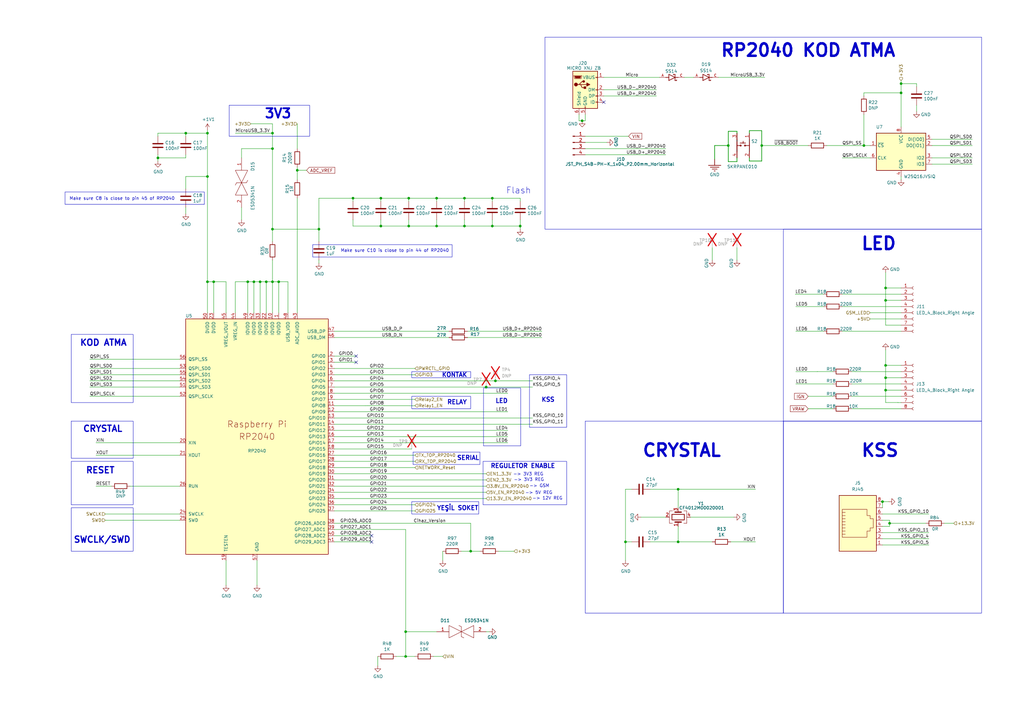
<source format=kicad_sch>
(kicad_sch (version 20231120) (generator "eeschema") (generator_version "8.0")
  (paper "A3")
  (junction (at 121.92 69.85))
  (junction (at 64.77 64.77))
  (junction (at 361.95 205.74))
  (junction (at 166.37 269.24))
  (junction (at 190.5 81.28))
  (junction (at 111.76 115.57))
  (junction (at 363.22 160.0113))
  (junction (at 85.09 115.57))
  (junction (at 190.5 92.71))
  (junction (at 166.37 259.08))
  (junction (at 199.39 158.75))
  (junction (at 85.09 72.39))
  (junction (at 203.2 156.21))
  (junction (at 363.22 154.9313))
  (junction (at 114.3 115.57))
  (junction (at 312.42 59.69))
  (junction (at 104.14 115.57))
  (junction (at 106.68 115.57))
  (junction (at 85.09 54.61))
  (junction (at 256.54 222.25))
  (junction (at 298.704 59.69))
  (junction (at 101.6 115.57))
  (junction (at 278.13 222.25))
  (junction (at 179.07 92.71))
  (junction (at 111.76 60.96))
  (junction (at 238.76 49.53))
  (junction (at 144.78 81.28))
  (junction (at 364.8539 214.63))
  (junction (at 167.64 81.28))
  (junction (at 354.33 59.69))
  (junction (at 76.2 54.61))
  (junction (at 111.76 54.61))
  (junction (at 109.22 115.57))
  (junction (at 201.93 92.71))
  (junction (at 363.22 149.86))
  (junction (at 201.93 81.28))
  (junction (at 179.07 81.28))
  (junction (at 87.63 115.57))
  (junction (at 156.21 81.28))
  (junction (at 167.64 92.71))
  (junction (at 278.13 200.66))
  (junction (at 369.57 38.1))
  (junction (at 369.57 34.29))
  (junction (at 111.76 93.98))
  (junction (at 213.36 92.71))
  (junction (at 156.21 92.71))
  (junction (at 363.22 118.11))
  (junction (at 193.04 226.06))
  (junction (at 130.81 93.98))
  (junction (at 363.22 123.19))
  (no_connect (at 247.65 41.91))
  (no_connect (at 152.4 222.25))
  (no_connect (at 146.05 146.05))
  (no_connect (at 152.4 219.71))
  (no_connect (at 146.05 148.59))
  (wire (pts (xy 36.83 147.32) (xy 73.66 147.32)))
  (wire (pts (xy 121.92 81.28) (xy 121.92 128.27)))
  (wire (pts (xy 39.37 181.61) (xy 73.66 181.61)))
  (wire (pts (xy 43.18 213.36) (xy 73.66 213.36)))
  (wire (pts (xy 201.93 92.71) (xy 213.36 92.71)))
  (wire (pts (xy 76.2 72.39) (xy 85.09 72.39)))
  (wire (pts (xy 137.16 217.17) (xy 166.37 217.17)))
  (wire (pts (xy 137.16 171.45) (xy 218.44 171.45)))
  (wire (pts (xy 201.93 81.28) (xy 213.36 81.28)))
  (wire (pts (xy 102.87 50.8) (xy 111.76 50.8)))
  (wire (pts (xy 193.04 214.63) (xy 193.04 226.06)))
  (wire (pts (xy 111.76 115.57) (xy 114.3 115.57)))
  (wire (pts (xy 313.69 31.75) (xy 294.64 31.75)))
  (wire (pts (xy 190.5 81.28) (xy 201.93 81.28)))
  (wire (pts (xy 203.2 156.21) (xy 218.44 156.21)))
  (wire (pts (xy 363.22 111.76) (xy 363.22 118.11)))
  (wire (pts (xy 111.76 50.8) (xy 111.76 54.61)))
  (wire (pts (xy 137.16 156.21) (xy 203.2 156.21)))
  (wire (pts (xy 137.16 194.31) (xy 199.39 194.31)))
  (wire (pts (xy 363.22 123.19) (xy 369.57 123.19)))
  (wire (pts (xy 190.5 92.71) (xy 179.07 92.71)))
  (wire (pts (xy 278.13 222.25) (xy 292.1 222.25)))
  (wire (pts (xy 201.93 82.55) (xy 201.93 81.28)))
  (wire (pts (xy 96.52 115.57) (xy 101.6 115.57)))
  (wire (pts (xy 137.16 196.85) (xy 199.39 196.85)))
  (wire (pts (xy 137.16 214.63) (xy 193.04 214.63)))
  (wire (pts (xy 156.21 81.28) (xy 167.64 81.28)))
  (wire (pts (xy 64.77 63.5) (xy 64.77 64.77)))
  (wire (pts (xy 368.3 165.1) (xy 369.57 165.1)))
  (wire (pts (xy 105.41 229.87) (xy 105.41 240.03)))
  (wire (pts (xy 361.95 205.74) (xy 361.95 208.28)))
  (wire (pts (xy 349.2599 152.3936) (xy 350.7234 152.3936)))
  (wire (pts (xy 266.7 200.66) (xy 278.13 200.66)))
  (wire (pts (xy 312.42 59.69) (xy 331.47 59.69)))
  (wire (pts (xy 130.81 81.28) (xy 130.81 93.98)))
  (wire (pts (xy 237.49 46.99) (xy 237.49 49.53)))
  (wire (pts (xy 356.87 128.27) (xy 369.57 128.27)))
  (wire (pts (xy 299.72 222.25) (xy 309.88 222.25)))
  (wire (pts (xy 331.47 162.56) (xy 341.63 162.56)))
  (wire (pts (xy 104.14 115.57) (xy 106.68 115.57)))
  (wire (pts (xy 99.06 90.17) (xy 99.06 85.09)))
  (wire (pts (xy 167.64 81.28) (xy 179.07 81.28)))
  (wire (pts (xy 280.67 31.75) (xy 284.48 31.75)))
  (wire (pts (xy 307.34 53.594) (xy 307.34 54.61)) (stroke (width 0.254)))
  (wire (pts (xy 335.28 152.4) (xy 335.28 152.3936)))
  (wire (pts (xy 76.2 72.39) (xy 76.2 77.47)))
  (wire (pts (xy 259.08 200.66) (xy 256.54 200.66)))
  (wire (pts (xy 278.13 215.9) (xy 278.13 222.25)))
  (wire (pts (xy 36.83 162.56) (xy 73.66 162.56)))
  (wire (pts (xy 361.95 223.52) (xy 381 223.52)))
  (wire (pts (xy 300.99 212.09) (xy 283.21 212.09)))
  (wire (pts (xy 36.83 158.75) (xy 73.66 158.75)))
  (wire (pts (xy 213.36 90.17) (xy 213.36 92.71)))
  (wire (pts (xy 109.22 128.27) (xy 109.22 115.57)))
  (wire (pts (xy 137.16 201.93) (xy 199.39 201.93)))
  (wire (pts (xy 190.5 82.55) (xy 190.5 81.28)))
  (wire (pts (xy 326.39 125.73) (xy 337.82 125.73)))
  (wire (pts (xy 257.81 55.88) (xy 240.03 55.88)))
  (wire (pts (xy 156.21 92.71) (xy 144.78 92.71)))
  (wire (pts (xy 121.92 60.96) (xy 121.92 50.8)))
  (wire (pts (xy 363.22 133.35) (xy 369.57 133.35)))
  (wire (pts (xy 111.76 93.98) (xy 111.76 99.06)))
  (wire (pts (xy 121.92 69.85) (xy 125.73 69.85)))
  (wire (pts (xy 99.06 60.96) (xy 99.06 64.77)))
  (wire (pts (xy 121.92 69.85) (xy 121.92 68.58)))
  (wire (pts (xy 345.44 120.65) (xy 369.57 120.65)))
  (wire (pts (xy 326.136 120.65) (xy 337.82 120.65)))
  (wire (pts (xy 76.2 55.88) (xy 76.2 54.61)))
  (wire (pts (xy 87.63 115.57) (xy 85.09 115.57)))
  (wire (pts (xy 156.21 90.17) (xy 156.21 92.71)))
  (wire (pts (xy 382.27 67.31) (xy 398.78 67.31)))
  (wire (pts (xy 213.36 92.71) (xy 213.36 93.98)))
  (wire (pts (xy 137.16 158.75) (xy 199.39 158.75)))
  (wire (pts (xy 144.78 81.28) (xy 156.21 81.28)))
  (wire (pts (xy 85.09 115.57) (xy 85.09 128.27)))
  (wire (pts (xy 350.7234 152.4) (xy 369.57 152.4)))
  (wire (pts (xy 137.16 204.47) (xy 199.39 204.47)))
  (wire (pts (xy 190.5 90.17) (xy 190.5 92.71)))
  (wire (pts (xy 118.11 128.27) (xy 118.11 115.57)))
  (wire (pts (xy 144.78 81.28) (xy 130.81 81.28)))
  (wire (pts (xy 179.07 82.55) (xy 179.07 81.28)))
  (wire (pts (xy 213.36 82.55) (xy 213.36 81.28)))
  (wire (pts (xy 363.22 118.11) (xy 369.57 118.11)))
  (wire (pts (xy 130.81 106.68) (xy 130.81 107.95)))
  (wire (pts (xy 312.42 59.69) (xy 312.42 66.04)) (stroke (width 0.254)))
  (wire (pts (xy 335.28 152.3936) (xy 341.6399 152.3936)))
  (wire (pts (xy 363.22 160.0113) (xy 369.57 160.0113)))
  (wire (pts (xy 87.63 128.27) (xy 87.63 115.57)))
  (wire (pts (xy 137.16 138.43) (xy 184.15 138.43)))
  (wire (pts (xy 238.76 49.53) (xy 240.03 49.53)))
  (wire (pts (xy 137.16 186.69) (xy 170.18 186.69)))
  (wire (pts (xy 259.08 222.25) (xy 256.54 222.25)))
  (wire (pts (xy 157.48 166.37) (xy 157.48 166.3628)))
  (wire (pts (xy 137.16 148.59) (xy 146.05 148.59)))
  (wire (pts (xy 369.57 154.9313) (xy 369.57 154.94)))
  (wire (pts (xy 111.76 106.68) (xy 111.76 115.57)))
  (wire (pts (xy 292.1 106.68) (xy 292.1 101.6)))
  (wire (pts (xy 181.61 269.24) (xy 177.8 269.24)))
  (wire (pts (xy 137.16 146.05) (xy 146.05 146.05)))
  (wire (pts (xy 92.71 128.27) (xy 92.71 115.57)))
  (wire (pts (xy 111.76 93.98) (xy 130.81 93.98)))
  (wire (pts (xy 201.93 90.17) (xy 201.93 92.71)))
  (wire (pts (xy 256.54 222.25) (xy 256.54 229.87)))
  (wire (pts (xy 368.3 165.0913) (xy 368.3 165.1)))
  (wire (pts (xy 181.61 229.87) (xy 181.61 226.06)))
  (wire (pts (xy 354.33 38.1) (xy 369.57 38.1)))
  (wire (pts (xy 312.42 53.594) (xy 307.34 53.594)) (stroke (width 0.254)))
  (wire (pts (xy 137.16 168.91) (xy 208.28 168.91)))
  (wire (pts (xy 354.33 46.99) (xy 354.33 59.69)))
  (wire (pts (xy 363.22 165.0913) (xy 368.3 165.0913)))
  (wire (pts (xy 96.52 54.61) (xy 111.76 54.61)))
  (wire (pts (xy 162.56 269.24) (xy 166.37 269.24)))
  (wire (pts (xy 262.89 212.09) (xy 273.05 212.09)))
  (wire (pts (xy 114.3 115.57) (xy 114.3 128.27)))
  (wire (pts (xy 339.09 59.69) (xy 354.33 59.69)))
  (wire (pts (xy 363.22 154.9313) (xy 363.22 160.0113)))
  (wire (pts (xy 39.37 186.69) (xy 73.66 186.69)))
  (wire (pts (xy 326.39 152.4) (xy 335.28 152.4)))
  (wire (pts (xy 114.3 115.57) (xy 118.11 115.57)))
  (wire (pts (xy 36.83 156.21) (xy 73.66 156.21)))
  (wire (pts (xy 331.47 167.64) (xy 341.63 167.64)))
  (wire (pts (xy 85.09 54.61) (xy 85.09 72.39)))
  (wire (pts (xy 363.22 154.9313) (xy 369.57 154.9313)))
  (wire (pts (xy 379.73 214.63) (xy 364.8539 214.63)))
  (wire (pts (xy 121.92 69.85) (xy 121.92 73.66)))
  (wire (pts (xy 96.52 128.27) (xy 96.52 115.57)))
  (wire (pts (xy 85.09 53.34) (xy 85.09 54.61)))
  (wire (pts (xy 363.22 123.19) (xy 363.22 133.35)))
  (wire (pts (xy 200.66 259.08) (xy 199.39 259.08)))
  (wire (pts (xy 137.16 163.83) (xy 170.18 163.83)))
  (wire (pts (xy 64.77 64.77) (xy 64.77 66.04)))
  (wire (pts (xy 111.76 60.96) (xy 111.76 93.98)))
  (wire (pts (xy 364.8539 215.9) (xy 361.95 215.9)))
  (wire (pts (xy 166.37 217.17) (xy 166.37 259.08)))
  (wire (pts (xy 240.03 58.42) (xy 248.92 58.42)))
  (wire (pts (xy 278.13 200.66) (xy 278.13 208.28)))
  (wire (pts (xy 92.71 229.87) (xy 92.71 240.03)))
  (wire (pts (xy 137.16 191.77) (xy 170.18 191.77)))
  (wire (pts (xy 349.25 162.56) (xy 369.57 162.56)))
  (wire (pts (xy 137.16 199.39) (xy 199.39 199.39)))
  (wire (pts (xy 137.16 207.01) (xy 170.18 207.01)))
  (wire (pts (xy 298.704 59.69) (xy 298.704 66.294)) (stroke (width 0.254)))
  (wire (pts (xy 166.37 259.08) (xy 166.37 269.24)))
  (wire (pts (xy 293.116 59.69) (xy 298.704 59.69)) (stroke (width 0.254)))
  (wire (pts (xy 144.78 90.17) (xy 144.78 92.71)))
  (wire (pts (xy 156.21 82.55) (xy 156.21 81.28)))
  (wire (pts (xy 326.39 135.89) (xy 337.82 135.89)))
  (wire (pts (xy 154.94 273.05) (xy 154.94 269.24)))
  (wire (pts (xy 369.57 38.1) (xy 369.57 52.07)))
  (wire (pts (xy 364.8539 213.359) (xy 364.8539 214.63)))
  (wire (pts (xy 266.7 222.25) (xy 278.13 222.25)))
  (wire (pts (xy 137.16 179.07) (xy 208.28 179.07)))
  (wire (pts (xy 137.16 219.71) (xy 152.4 219.71)))
  (wire (pts (xy 361.95 213.359) (xy 361.95 213.36)))
  (wire (pts (xy 364.8539 214.63) (xy 364.8539 215.9)))
  (wire (pts (xy 137.16 189.23) (xy 170.18 189.23)))
  (wire (pts (xy 256.54 200.66) (xy 256.54 222.25)))
  (wire (pts (xy 193.04 226.06) (xy 196.85 226.06)))
  (wire (pts (xy 201.93 92.71) (xy 190.5 92.71)))
  (wire (pts (xy 240.03 46.99) (xy 240.03 49.53)))
  (wire (pts (xy 53.34 199.39) (xy 73.66 199.39)))
  (wire (pts (xy 109.22 115.57) (xy 111.76 115.57)))
  (wire (pts (xy 76.2 54.61) (xy 85.09 54.61)))
  (wire (pts (xy 364.8539 213.359) (xy 361.95 213.359)))
  (wire (pts (xy 361.95 220.98) (xy 381 220.98)))
  (wire (pts (xy 354.33 39.37) (xy 354.33 38.1)))
  (wire (pts (xy 137.16 181.61) (xy 208.28 181.61)))
  (wire (pts (xy 382.27 59.69) (xy 398.78 59.69)))
  (wire (pts (xy 137.16 209.55) (xy 170.18 209.55)))
  (wire (pts (xy 312.42 53.594) (xy 312.42 59.69)) (stroke (width 0.254)))
  (wire (pts (xy 106.68 128.27) (xy 106.68 115.57)))
  (wire (pts (xy 363.22 118.11) (xy 363.22 123.19)))
  (wire (pts (xy 191.77 135.89) (xy 222.25 135.89)))
  (wire (pts (xy 375.92 43.18) (xy 375.92 45.72)))
  (wire (pts (xy 382.27 57.15) (xy 398.78 57.15)))
  (wire (pts (xy 36.83 153.67) (xy 73.66 153.67)))
  (wire (pts (xy 391.16 214.63) (xy 387.35 214.63)))
  (wire (pts (xy 298.704 59.69) (xy 298.704 53.848)) (stroke (width 0.254)))
  (wire (pts (xy 363.22 160.0113) (xy 363.22 165.0913)))
  (wire (pts (xy 302.26 53.848) (xy 302.26 54.61)) (stroke (width 0.254)))
  (wire (pts (xy 99.06 60.96) (xy 111.76 60.96)))
  (wire (pts (xy 144.78 82.55) (xy 144.78 81.28)))
  (wire (pts (xy 364.49 205.74) (xy 361.95 205.74)))
  (wire (pts (xy 326.39 157.48) (xy 341.7181 157.48)))
  (wire (pts (xy 149.86 166.37) (xy 157.48 166.3628)))
  (wire (pts (xy 137.16 173.99) (xy 218.44 173.99)))
  (wire (pts (xy 167.64 92.71) (xy 156.21 92.71)))
  (wire (pts (xy 64.77 54.61) (xy 76.2 54.61)))
  (wire (pts (xy 167.64 90.17) (xy 167.64 92.71)))
  (wire (pts (xy 189.23 226.06) (xy 193.04 226.06)))
  (wire (pts (xy 356.87 130.81) (xy 369.57 130.81)))
  (wire (pts (xy 137.16 153.67) (xy 170.18 153.67)))
  (wire (pts (xy 64.77 64.77) (xy 76.2 64.77)))
  (wire (pts (xy 101.6 128.27) (xy 101.6 115.57)))
  (wire (pts (xy 369.57 160.0113) (xy 369.57 160.02)))
  (wire (pts (xy 104.14 128.27) (xy 104.14 115.57)))
  (wire (pts (xy 273.05 63.5) (xy 240.03 63.5)))
  (wire (pts (xy 43.18 210.82) (xy 73.66 210.82)))
  (wire (pts (xy 137.16 222.25) (xy 152.4 222.25)))
  (wire (pts (xy 39.37 199.39) (xy 45.72 199.39)))
  (wire (pts (xy 369.57 34.29) (xy 369.57 38.1)))
  (wire (pts (xy 92.71 115.57) (xy 87.63 115.57)))
  (wire (pts (xy 381 218.44) (xy 361.95 218.44)))
  (wire (pts (xy 293.116 65.278) (xy 293.116 59.69)) (stroke (width 0.254)))
  (wire (pts (xy 381 210.82) (xy 361.95 210.82)))
  (wire (pts (xy 179.07 92.71) (xy 167.64 92.71)))
  (wire (pts (xy 76.2 64.77) (xy 76.2 63.5)))
  (wire (pts (xy 345.44 125.73) (xy 369.57 125.73)))
  (wire (pts (xy 369.57 33.02) (xy 369.57 34.29)))
  (wire (pts (xy 345.44 64.77) (xy 356.87 64.77)))
  (wire (pts (xy 149.86 166.37) (xy 137.16 166.37)))
  (wire (pts (xy 157.48 166.37) (xy 170.18 166.37)))
  (wire (pts (xy 354.33 59.69) (xy 356.87 59.69)))
  (wire (pts (xy 369.57 72.39) (xy 369.57 73.66)))
  (wire (pts (xy 210.82 226.06) (xy 204.47 226.06)))
  (wire (pts (xy 375.92 35.56) (xy 375.92 34.29)))
  (wire (pts (xy 350.7234 152.3936) (xy 350.7234 152.4)))
  (wire (pts (xy 36.83 151.13) (xy 73.66 151.13)))
  (wire (pts (xy 237.49 49.53) (xy 238.76 49.53)))
  (wire (pts (xy 166.37 269.24) (xy 170.18 269.24)))
  (wire (pts (xy 76.2 85.09) (xy 76.2 87.63)))
  (wire (pts (xy 345.44 135.89) (xy 369.57 135.89)))
  (wire (pts (xy 363.22 143.51) (xy 363.22 149.86)))
  (wire (pts (xy 199.39 158.75) (xy 218.44 158.75)))
  (wire (pts (xy 111.76 115.57) (xy 111.76 128.27)))
  (wire (pts (xy 278.13 200.66) (xy 309.88 200.66)))
  (wire (pts (xy 269.24 36.83) (xy 247.65 36.83)))
  (wire (pts (xy 382.27 64.77) (xy 398.78 64.77)))
  (wire (pts (xy 179.07 259.08) (xy 166.37 259.08)))
  (wire (pts (xy 312.42 66.04) (xy 307.34 66.04)) (stroke (width 0.254)))
  (wire (pts (xy 191.77 138.43) (xy 222.25 138.43)))
  (wire (pts (xy 307.34 66.04) (xy 307.34 64.77)) (stroke (width 0.254)))
  (wire (pts (xy 349.25 167.64) (xy 369.57 167.64)))
  (wire (pts (xy 179.07 81.28) (xy 190.5 81.28)))
  (wire (pts (xy 101.6 115.57) (xy 104.14 115.57)))
  (wire (pts (xy 106.68 115.57) (xy 109.22 115.57)))
  (wire (pts (xy 363.22 149.86) (xy 363.22 154.9313)))
  (wire (pts (xy 273.05 60.96) (xy 240.03 60.96)))
  (wire (pts (xy 375.92 34.29) (xy 369.57 34.29)))
  (wire (pts (xy 269.24 39.37) (xy 247.65 39.37)))
  (wire (pts (xy 167.64 82.55) (xy 167.64 81.28)))
  (wire (pts (xy 302.26 66.294) (xy 302.26 64.77)) (stroke (width 0.254)))
  (wire (pts (xy 363.22 149.86) (xy 369.57 149.86)))
  (wire (pts (xy 130.81 93.98) (xy 130.81 99.06)))
  (wire (pts (xy 137.16 135.89) (xy 184.15 135.89)))
  (wire (pts (xy 137.16 161.29) (xy 208.28 161.29)))
  (wire (pts (xy 111.76 54.61) (xy 111.76 60.96)))
  (wire (pts (xy 298.704 66.294) (xy 302.26 66.294)) (stroke (width 0.254)))
  (wire (pts (xy 349.3381 157.48) (xy 369.57 157.48)))
  (wire (pts (xy 137.16 184.15) (xy 168.91 184.15)))
  (wire (pts (xy 179.07 90.17) (xy 179.07 92.71)))
  (wire (pts (xy 64.77 55.88) (xy 64.77 54.61)))
  (wire (pts (xy 85.09 72.39) (xy 85.09 115.57)))
  (wire (pts (xy 298.704 53.848) (xy 302.26 53.848)) (stroke (width 0.254)))
  (wire (pts (xy 302.26 106.68) (xy 302.26 101.6)))
  (wire (pts (xy 270.51 31.75) (xy 247.65 31.75)))
  (wire (pts (xy 137.16 176.53) (xy 208.28 176.53)))
  (wire (pts (xy 137.16 151.13) (xy 170.18 151.13)))
  (rectangle (start 128.27 100.33) (end 185.42 105.41))
  (rectangle (start 26.67 78.74) (end 83.82 83.82))
  (rectangle (start 29.21 189.23) (end 54.61 207.01))
  (rectangle (start 168.91 205.74) (end 196.342 210.82))
  (rectangle (start 217.17 153.67) (end 232.41 175.26))
  (rectangle (start 198.12 189.23) (end 232.41 207.01))
  (rectangle (start 240.03 172.72) (end 321.31 251.46))
  (rectangle (start 29.21 172.72) (end 54.61 187.96))
  (rectangle (start 321.31 93.98) (end 402.59 172.72))
  (rectangle (start 198.3109 159.1254) (end 213.5509 182.88))
  (rectangle (start 168.91 152.4) (end 193.04 154.94))
  (rectangle (start 93.98 43.18) (end 127 55.88))
  (rectangle (start 168.91 162.56) (end 193.04 167.64))
  (rectangle (start 223.52 15.24) (end 402.59 93.98))
  (rectangle (start 29.21 137.16) (end 54.61 165.1))
  (rectangle (start 29.21 208.28) (end 54.61 226.06))
  (rectangle (start 169.418 185.42) (end 196.85 190.5))
  (rectangle (start 321.31 172.72) (end 402.59 251.46))
  (text "KONTAK" (at 186.436 153.924 0) (effects (font (size 1.778 1.778) (bold yes))))
  (text "KOD ATMA" (at 42.418 140.716 0) (effects (font (size 2.54 2.54) (bold yes))))
  (text "LED" (at 205.74 164.592 0) (effects (font (size 1.778 1.778) (bold yes))))
  (text "YEŞİL SOKET" (at 187.706 208.534 0) (effects (font (size 1.778 1.778) (bold yes))))
  (text "Make sure C8 is close to pin 45 of RP2040" (at 28.448 82.296 0) (effects (font (size 1.27 1.27)) (justify left bottom)))
  (text "-> 12V REG" (at 224.536 204.47 0) (effects (font (size 1.27 1.27))))
  (text "Make sure C10 is close to pin 44 of RP2040" (at 139.7 103.632 0) (effects (font (size 1.27 1.27)) (justify left bottom)))
  (text "CRYSTAL" (at 42.164 176.022 0) (effects (font (size 2.54 2.54) (bold yes))))
  (text "KSS" (at 224.79 164.084 0) (effects (font (size 1.778 1.778) (bold yes))))
  (text "SWCLK/SWD" (at 41.91 221.488 0) (effects (font (size 2.54 2.54) (bold yes))))
  (text "KSS" (at 360.934 184.912 0) (effects (font (size 5.08 5.08) (bold yes))))
  (text "Flash" (at 207.518 79.756 0) (effects (font (size 2.54 2.54)) (justify left bottom)))
  (text "-> 3V3 REG" (at 216.916 196.85 0) (effects (font (size 1.27 1.27))))
  (text "RESET" (at 41.148 193.04 0) (effects (font (size 2.54 2.54) (bold yes))))
  (text "RELAY" (at 187.452 165.1 0) (effects (font (size 1.778 1.778) (bold yes))))
  (text "3V3" (at 114.046 46.736 0) (effects (font (size 3.81 3.81) (bold yes))))
  (text "RP2040 KOD ATMA" (at 331.47 20.828 0) (effects (font (size 5.08 5.08) (bold yes))))
  (text "REGULETOR ENABLE \n" (at 215.138 191.262 0) (effects (font (size 1.778 1.778) (bold yes))))
  (text "-> 3V3 REG" (at 216.662 194.564 0) (effects (font (size 1.27 1.27))))
  (text "CRYSTAL" (at 279.654 184.912 0) (effects (font (size 5.08 5.08) (bold yes))))
  (text "-> 5V REG" (at 220.98 202.184 0) (effects (font (size 1.27 1.27))))
  (text "-> GSM" (at 221.234 199.39 0) (effects (font (size 1.27 1.27))))
  (text "SERIAL" (at 192.024 187.96 0) (effects (font (size 1.778 1.778) (bold yes))))
  (text "LED" (at 360.426 100.076 0) (effects (font (size 5.08 5.08) (bold yes))))
  (label "MicroUSB_3.3V" (at 313.69 31.75 180))
  (label "USB_D_P" (at 165.1 135.89 180))
  (label "GPIO22" (at 158.75 201.93 180))
  (label "GPIO17" (at 158.75 189.23 180))
  (label "GPIO9" (at 157.48 168.91 180))
  (label "XIN" (at 309.88 200.66 180))
  (label "USB_D+_RP2040" (at 222.25 135.89 180))
  (label "GPIO5" (at 157.48 158.75 180))
  (label "KSS_GPIO_5" (at 381 223.52 180))
  (label "USB_D+_RP2040" (at 273.05 63.5 180))
  (label "GPIO15" (at 157.48 184.15 180))
  (label "USB_D-_RP2040" (at 269.24 36.83 180))
  (label "LED4" (at 208.28 176.53 180))
  (label "QSPI_SD0" (at 36.83 151.13 0))
  (label "KSS_GPIO_5" (at 218.44 158.75 0))
  (label "GPIO18" (at 158.75 191.77 180))
  (label "GPIO26_ADC0" (at 152.4 214.63 180))
  (label "GPIO24" (at 158.75 207.01 180))
  (label "QSPI_SD2" (at 36.83 156.21 0))
  (label "GPIO27_ADC1" (at 152.4 217.17 180))
  (label "QSPI_SCLK" (at 345.44 64.77 0))
  (label "LED6" (at 208.28 181.61 180))
  (label "GPIO7" (at 157.48 163.83 180))
  (label "GPIO14" (at 157.48 181.61 180))
  (label "GPIO3" (at 157.48 153.67 180))
  (label "LED0" (at 208.28 161.29 180))
  (label "GPIO0" (at 144.78 146.05 180))
  (label "LED1" (at 326.39 157.48 0))
  (label "MicroUSB_3.3V" (at 96.52 54.61 0))
  (label "QSPI_SD3" (at 398.78 67.31 180))
  (label "GPIO11" (at 157.48 173.99 180))
  (label "LED6" (at 326.39 135.89 0))
  (label "QSPI_SD0" (at 398.78 57.15 180))
  (label "KSS_GPIO_4" (at 381 220.98 180))
  (label "GPIO4" (at 157.48 156.21 180))
  (label "LED5" (at 208.28 179.07 180))
  (label "GPIO20" (at 158.75 196.85 180))
  (label "GPIO13" (at 157.48 179.07 180))
  (label "LED0" (at 326.39 152.4 0))
  (label "KSS_GPIO_10" (at 381 210.82 180))
  (label "GPIO12" (at 157.48 176.53 180))
  (label "GPIO6" (at 157.48 161.29 180))
  (label "LED5" (at 326.39 125.73 0))
  (label "Micro" (at 256.54 31.75 0))
  (label "USB_D+_RP2040" (at 269.24 39.37 180))
  (label "KSS_GPIO_11" (at 381 218.44 180))
  (label "GPIO29_ADC3" (at 152.4 222.25 180))
  (label "GPIO1" (at 144.78 148.59 180))
  (label "GPIO28_ADC2" (at 152.4 219.71 180))
  (label "QSPI_SCLK" (at 36.83 162.56 0))
  (label "QSPI_SS" (at 36.83 147.32 0))
  (label "RESET" (at 39.37 199.39 0))
  (label "Cihaz_Version" (at 182.88 214.63 180))
  (label "GPIO23" (at 158.75 204.47 180))
  (label "QSPI_SD3" (at 36.83 158.75 0))
  (label "LED1" (at 208.28 168.91 180))
  (label "KSS_GPIO_11" (at 218.44 173.99 0))
  (label "USB_D-_RP2040" (at 273.05 60.96 180))
  (label "USB_D_N" (at 165.1 138.43 180))
  (label "KSS_GPIO_10" (at 218.44 171.45 0))
  (label "GPIO19" (at 158.75 194.31 180))
  (label "KSS_GPIO_4" (at 218.44 156.21 0))
  (label "GPIO10" (at 157.48 171.45 180))
  (label "QSPI_SD1" (at 398.78 59.69 180))
  (label "QSPI_SD2" (at 398.78 64.77 180))
  (label "GPIO16" (at 158.75 186.69 180))
  (label "XOUT" (at 39.37 186.69 0))
  (label "QSPI_SD1" (at 36.83 153.67 0))
  (label "GPIO8" (at 157.48 166.37 180))
  (label "XOUT" (at 309.88 222.25 180))
  (label "~{USB_BOOT}" (at 317.5 59.69 0))
  (label "GPIO25" (at 158.75 209.55 180))
  (label "QSPI_SS" (at 345.44 59.69 0))
  (label "XIN" (at 39.37 181.61 0))
  (label "LED4" (at 326.136 120.65 0))
  (label "GPIO21" (at 158.75 199.39 180))
  (label "GPIO2" (at 157.48 151.13 180))
  (label "USB_D-_RP2040" (at 222.25 138.43 180))
  (global_label "ADC_VREF" (shape input) (at 125.73 69.85 0) (property "Intersheetrefs" "${INTERSHEET_REFS}" (effects (hide yes))))
  (global_label "VRAW" (shape input) (at 331.47 167.64 180) (property "Intersheetrefs" "${INTERSHEET_REFS}" (effects (hide yes))))
  (global_label "IGN" (shape input) (at 331.47 162.56 180) (property "Intersheetrefs" "${INTERSHEET_REFS}" (effects (hide yes))))
  (global_label "VIN" (shape input) (at 257.81 55.88 0) (property "Intersheetrefs" "${INTERSHEET_REFS}" (effects (hide yes))))
  (hierarchical_label "+3V3" (shape input) (at 102.87 50.8 180))
  (hierarchical_label "GPIO3" (shape input) (at 170.18 153.67 0))
  (hierarchical_label "NETWORK_Reset" (shape input) (at 170.18 191.77 0))
  (hierarchical_label "+3V3" (shape input) (at 121.92 50.8 180))
  (hierarchical_label "SWCLK" (shape input) (at 43.18 210.82 180))
  (hierarchical_label "EN2_3.3V" (shape input) (at 199.39 196.85 0))
  (hierarchical_label "Relay2_EN" (shape input) (at 170.18 163.83 0))
  (hierarchical_label "VIN" (shape input) (at 181.61 269.24 0))
  (hierarchical_label "GPIO25" (shape input) (at 170.18 209.55 0))
  (hierarchical_label "RX_TOP_RP2040" (shape input) (at 170.18 189.23 0))
  (hierarchical_label "5V_EN_RP2040" (shape input) (at 199.39 201.93 0))
  (hierarchical_label "13.3V_EN_RP2040" (shape input) (at 199.39 204.47 0))
  (hierarchical_label "3.8V_EN_RP2040" (shape input) (at 199.39 199.39 0))
  (hierarchical_label "+13.3V" (shape input) (at 391.16 214.63 0))
  (hierarchical_label "GPIO24" (shape input) (at 170.18 207.01 0))
  (hierarchical_label "TX_TOP_RP2040" (shape input) (at 170.18 186.69 0))
  (hierarchical_label "EN1_3.3V" (shape input) (at 199.39 194.31 0))
  (hierarchical_label "SWD" (shape input) (at 43.18 213.36 180))
  (hierarchical_label "PWRCTL_GPIO" (shape input) (at 170.18 151.13 0))
  (hierarchical_label "GSM_LED" (shape input) (at 356.87 128.27 180))
  (hierarchical_label "+5V" (shape input) (at 356.87 130.81 180))
  (hierarchical_label "+3V3" (shape input) (at 369.57 33.02 90))
  (hierarchical_label "+3V3" (shape input) (at 210.82 226.06 0))
  (hierarchical_label "Relay1_EN" (shape input) (at 170.18 166.37 0))
  (symbol (lib_id "SS14:SS14") (at 289.56 31.75 0) (mirror x) (unit 1)
    (property "Reference" "D19" (at 289.56 26.416 0))
    (property "Value" "SS14" (at 289.56 28.956 0))
    (property "Footprint" "Footprint Library:SS14" (effects (hide yes)))
    (property "MPN" "SS14 SOD-123FL" (effects (hide yes)))
  )
  (symbol (lib_id "NINA-B411-altium-import:GND") (at 293.116 65.278 0) (unit 1)
    (property "Reference" "#PWR077" (effects (hide yes)))
    (property "Value" "GND" (at 293.116 71.628 0))
  )
  (symbol (lib_id "Connector:Conn_01x05_Male") (at 234.95 60.96 0) (unit 1)
    (property "Reference" "J10" (at 254.508 65.278 0))
    (property "Value" "JST_PH_S4B-PH-K_1x04_P2.00mm_Horizontal" (at 254.254 67.31 0))
    (property "Footprint" "Connector_JST:JST_PH_S4B-PH-K_1x04_P2.00mm_Horizontal" (effects (hide yes)))
  )
  (symbol (lib_id "Device:R") (at 295.91 222.25 270) (unit 1)
    (property "Reference" "R13" (at 295.91 216.9922 90))
    (property "Value" "1K" (at 295.91 219.3036 90))
    (property "Footprint" "Resistor_SMD:R_0603_1608Metric" (effects (hide yes)))
    (property "MPN" "0603WAF1001T5E" (effects (hide yes)))
  )
  (symbol (lib_id "Device:C") (at 262.89 222.25 270) (unit 1)
    (property "Reference" "C15" (at 265.684 218.4146 90) (effects (justify left)))
    (property "Value" "27pF" (at 265.684 220.726 90) (effects (justify left)))
    (property "Footprint" "Capacitor_SMD:C_0603_1608Metric" (effects (hide yes)))
    (property "MPN" "0603CG270J500NT" (effects (hide yes)))
  )
  (symbol (lib_id "Connector:TestPoint") (at 199.39 158.75 0) (unit 1) (dnp yes)
    (property "Reference" "TP7" (at 194.056 155.702 0) (effects (justify left)))
    (property "Value" "DNP" (at 191.516 157.226 0) (effects (justify left)))
    (property "Footprint" "TestPoint:TestPoint_Pad_D1.0mm" (effects (hide yes)))
    (property "Description" "test point" (effects (hide yes)))
  )
  (symbol (lib_id "Device:C") (at 262.89 200.66 270) (unit 1)
    (property "Reference" "C14" (at 264.922 196.5706 90) (effects (justify left)))
    (property "Value" "27pF" (at 264.922 198.882 90) (effects (justify left)))
    (property "Footprint" "Capacitor_SMD:C_0603_1608Metric" (effects (hide yes)))
    (property "MPN" "0603CG270J500NT" (effects (hide yes)))
  )
  (symbol (lib_id "Device:C") (at 201.93 86.36 0) (unit 1)
    (property "Reference" "C25" (at 204.851 85.1916 0) (effects (justify left)))
    (property "Value" "100nF" (at 204.851 87.503 0) (effects (justify left)))
    (property "Footprint" "Capacitor_SMD:C_0402_1005Metric" (effects (hide yes)))
    (property "MPN" "CC0402KRX7R7BB104" (effects (hide yes)))
  )
  (symbol (lib_id "Device:R") (at 345.5281 157.48 90) (unit 1)
    (property "Reference" "R18" (at 340.868 156.21 90))
    (property "Value" "220R" (at 351.028 156.21 90))
    (property "Footprint" "Resistor_SMD:R_0603_1608Metric" (effects (hide yes)))
    (property "MPN" "0603WAF2200T5E" (effects (hide yes)))
  )
  (symbol (lib_id "Device:R") (at 345.44 167.64 90) (unit 1)
    (property "Reference" "R18" (at 340.868 166.624 90))
    (property "Value" "10K" (at 350.0914 166.624 90))
    (property "Footprint" "Resistor_SMD:R_0603_1608Metric" (effects (hide yes)))
    (property "MPN" "0603WAF1002T5E" (effects (hide yes)))
  )
  (symbol (lib_id "power:GND") (at 256.54 229.87 0) (unit 1)
    (property "Reference" "#PWR0135" (effects (hide yes)))
    (property "Value" "GND" (at 256.667 234.2642 0))
  )
  (symbol (lib_id "Device:R") (at 187.96 135.89 270) (unit 1)
    (property "Reference" "R16" (at 194.564 134.874 90))
    (property "Value" "27R" (at 181.102 134.62 90))
    (property "Footprint" "Resistor_SMD:R_0603_1608Metric" (effects (hide yes)))
    (property "MPN" "0603WAF270JT5E" (effects (hide yes)))
  )
  (symbol (lib_id "SP0402B-ULC-01ETG:SP0402B-ULC-01ETG") (at 179.07 259.08 0) (unit 1)
    (property "Reference" "D11" (at 180.594 254.508 0) (effects (justify left)))
    (property "Value" "ESD5341N" (at 190.5 254.508 0) (effects (justify left)))
    (property "Footprint" "Footprint Library:ESD5341N" (effects (hide yes)))
    (property "Datasheet" "https://www.mouser.com/datasheet/2/240/Littelfuse_TVS_Diode_Array_Ultra_Low_Capacitance_D-1021420.pdf" (effects (hide yes)))
    (property "Description" "ESD Suppressors / TVS Diodes 5V .13pF 20kV" (effects (hide yes)))
    (property "Manufacturer_Name" "LITTELFUSE" (effects (hide yes)))
    (property "Manufacturer_Part_Number" "SP0402B-ULC-01ETG" (effects (hide yes)))
    (property "Mouser Part Number" "576-SP0402BULC-01ETG" (effects (hide yes)))
    (property "Mouser Price/Stock" "https://www.mouser.co.uk/ProductDetail/Littelfuse/SP0402B-ULC-01ETG?qs=lM4gFlnEeENx4cnTNlk34g%3D%3D" (effects (hide yes)))
    (property "Arrow Part Number" "SP0402B-ULC-01ETG" (effects (hide yes)))
    (property "Arrow Price/Stock" "https://www.arrow.com/en/products/sp0402b-ulc-01etg/littelfuse?region=nac" (effects (hide yes)))
    (property "MPN" "ESD5341N" (effects (hide yes)))
  )
  (symbol (lib_id "Device:R") (at 341.63 135.89 90) (unit 1)
    (property "Reference" "R18" (at 337.058 134.874 90))
    (property "Value" "220R" (at 346.964 134.874 90))
    (property "Footprint" "Resistor_SMD:R_0603_1608Metric" (effects (hide yes)))
    (property "MPN" "0603WAF2200T5E" (effects (hide yes)))
  )
  (symbol (lib_id "Device:C") (at 130.81 102.87 0) (unit 1)
    (property "Reference" "C19" (at 133.731 101.7016 0) (effects (justify left)))
    (property "Value" "1uF" (at 133.731 104.013 0) (effects (justify left)))
    (property "Footprint" "Capacitor_SMD:C_0603_1608Metric" (effects (hide yes)))
    (property "MPN" "CL10A105KB8NNNC" (effects (hide yes)))
  )
  (symbol (lib_id "power:GND") (at 105.41 240.03 0) (unit 1)
    (property "Reference" "#PWR0131" (effects (hide yes)))
    (property "Value" "GND" (at 105.537 244.4242 0))
  )
  (symbol (lib_id "power:GND") (at 363.22 111.76 180) (unit 1)
    (property "Reference" "#PWR0114" (effects (hide yes)))
    (property "Value" "GND" (at 367.03 110.49 0))
  )
  (symbol (lib_id "Device:R") (at 341.63 125.73 90) (unit 1)
    (property "Reference" "R18" (at 337.058 124.714 90))
    (property "Value" "220R" (at 346.964 124.714 90))
    (property "Footprint" "Resistor_SMD:R_0603_1608Metric" (effects (hide yes)))
    (property "MPN" "0603WAF2200T5E" (effects (hide yes)))
  )
  (symbol (lib_id "Device:R") (at 187.96 138.43 270) (unit 1)
    (property "Reference" "R17" (at 194.818 137.16 90))
    (property "Value" "27R" (at 181.102 137.414 90))
    (property "Footprint" "Resistor_SMD:R_0603_1608Metric" (effects (hide yes)))
    (property "MPN" "0603WAF270JT5E" (effects (hide yes)))
  )
  (symbol (lib_id "power:GND") (at 154.94 273.05 0) (unit 1)
    (property "Reference" "#PWR0174" (effects (hide yes)))
    (property "Value" "GND" (at 155.067 277.4442 0))
  )
  (symbol (lib_id "NINA-B411-altium-import:root_3_SKRPACE010") (at 304.8 59.69 0) (unit 1)
    (property "Reference" "S2" (at 308.102 58.674 0) (effects (justify left bottom)))
    (property "Value" "SKRPANE010" (at 298.196 69.088 0) (effects (justify left bottom)))
    (property "Footprint" "Footprint Library:SKRPANE010" (effects (hide yes)))
    (property "MF" "ALPS" (effects (hide yes)))
    (property "SNAPEDA_LINK" "https://www.snapeda.com/parts/SKRPACE010/ALPS/view-part/376136/?ref=snap" (effects (hide yes)))
    (property "PACKAGE" "None" (effects (hide yes)))
    (property "PRICE" "None" (effects (hide yes)))
    (property "MP" "SKRPACE010" (effects (hide yes)))
    (property "AVAILABILITY" "Good" (effects (hide yes)))
    (property "ALTIUM_VALUE" "*" (effects (hide yes)))
    (property "CHECK_PRICES" "https://www.snapeda.com/parts/SKRPACE010/ALPS/view-part/376136/?ref=eda" (effects (hide yes)))
  )
  (symbol (lib_id "power:GND") (at 64.77 66.04 0) (unit 1)
    (property "Reference" "#PWR0128" (effects (hide yes)))
    (property "Value" "GND" (at 64.897 70.4342 0))
  )
  (symbol (lib_id "Device:C") (at 190.5 86.36 0) (unit 1)
    (property "Reference" "C24" (at 193.421 85.1916 0) (effects (justify left)))
    (property "Value" "100nF" (at 193.421 87.503 0) (effects (justify left)))
    (property "Footprint" "Capacitor_SMD:C_0402_1005Metric" (effects (hide yes)))
    (property "MPN" "CC0402KRX7R7BB104" (effects (hide yes)))
  )
  (symbol (lib_id "Connector:TestPoint") (at 302.26 101.6 0) (unit 1) (dnp yes)
    (property "Reference" "TP11" (at 296.926 98.552 0) (effects (justify left)))
    (property "Value" "DNP" (at 294.386 100.076 0) (effects (justify left)))
    (property "Footprint" "TestPoint:TestPoint_Pad_D1.0mm" (effects (hide yes)))
    (property "Description" "test point" (effects (hide yes)))
  )
  (symbol (lib_id "Connector:TestPoint") (at 203.2 156.21 0) (unit 1) (dnp yes)
    (property "Reference" "TP4" (at 205.74 151.6379 0) (effects (justify left)))
    (property "Value" "DNP" (at 205.74 154.1779 0) (effects (justify left)))
    (property "Footprint" "TestPoint:TestPoint_Pad_D1.0mm" (effects (hide yes)))
    (property "Description" "test point" (effects (hide yes)))
  )
  (symbol (lib_id "Device:C") (at 144.78 86.36 0) (unit 1)
    (property "Reference" "C20" (at 147.701 85.1916 0) (effects (justify left)))
    (property "Value" "100nF" (at 147.701 87.503 0) (effects (justify left)))
    (property "Footprint" "Capacitor_SMD:C_0402_1005Metric" (effects (hide yes)))
    (property "MPN" "CC0402KRX7R7BB104" (effects (hide yes)))
  )
  (symbol (lib_id "Memory_Flash:W25Q128JVS") (at 369.57 62.23 0) (unit 1)
    (property "Reference" "U7" (at 360.68 52.07 0))
    (property "Value" "W25Q16JVSIQ" (at 377.19 72.39 0))
    (property "Footprint" "Package_SO:SOIC-8_5.23x5.23mm_P1.27mm" (effects (hide yes)))
    (property "Datasheet" "http://www.winbond.com/resource-files/w25q128jv_dtr%20revc%2003272018%20plus.pdf" (effects (hide yes)))
    (property "MPN" "W25Q16JVSIQ" (effects (hide yes)))
  )
  (symbol (lib_id "SS14:SS14") (at 275.59 31.75 0) (mirror x) (unit 1)
    (property "Reference" "D32" (at 275.336 26.67 0))
    (property "Value" "SS14" (at 275.336 29.21 0))
    (property "Footprint" "Footprint Library:SS14" (effects (hide yes)))
    (property "MPN" "SS14 SOD-123FL" (effects (hide yes)))
  )
  (symbol (lib_id "Device:C") (at 156.21 86.36 0) (unit 1)
    (property "Reference" "C21" (at 159.131 85.1916 0) (effects (justify left)))
    (property "Value" "100nF" (at 159.131 87.503 0) (effects (justify left)))
    (property "Footprint" "Capacitor_SMD:C_0402_1005Metric" (effects (hide yes)))
    (property "MPN" "CC0402KRX7R7BB104" (effects (hide yes)))
  )
  (symbol (lib_id "Device:R") (at 158.75 269.24 270) (unit 1)
    (property "Reference" "R48" (at 158.75 263.9822 90))
    (property "Value" "1K" (at 158.75 266.2936 90))
    (property "Footprint" "Resistor_SMD:R_0603_1608Metric" (effects (hide yes)))
    (property "MPN" "0603WAF1001T5E" (effects (hide yes)))
  )
  (symbol (lib_id "power:GND") (at 262.89 212.09 270) (unit 1)
    (property "Reference" "#PWR0133" (effects (hide yes)))
    (property "Value" "GND" (at 259.334 212.344 0))
  )
  (symbol (lib_id "Device:R") (at 354.33 43.18 0) (unit 1)
    (property "Reference" "R22" (at 356.108 42.0116 0) (effects (justify left)))
    (property "Value" "DNP" (at 356.108 44.323 0) (effects (justify left)))
    (property "Footprint" "Resistor_SMD:R_0603_1608Metric" (effects (hide yes)))
  )
  (symbol (lib_id "power:GND") (at 364.49 205.74 90) (unit 1)
    (property "Reference" "#PWR0114" (effects (hide yes)))
    (property "Value" "GND" (at 369.062 205.74 0))
  )
  (symbol (lib_id "power:GND") (at 292.1 106.68 0) (unit 1)
    (property "Reference" "#PWR0134" (effects (hide yes)))
    (property "Value" "GND" (at 289.814 107.95 90))
  )
  (symbol (lib_id "Device:R") (at 49.53 199.39 270) (unit 1)
    (property "Reference" "R49" (at 49.276 201.676 90))
    (property "Value" "DNP" (at 49.53 203.454 90))
    (property "Footprint" "Resistor_SMD:R_0603_1608Metric" (effects (hide yes)))
  )
  (symbol (lib_id "Device:R") (at 173.99 269.24 270) (unit 1)
    (property "Reference" "R49" (at 173.99 263.9822 90))
    (property "Value" "10K" (at 173.99 266.2936 90))
    (property "Footprint" "Resistor_SMD:R_0603_1608Metric" (effects (hide yes)))
    (property "MPN" "0603WAF1002T5E" (effects (hide yes)))
  )
  (symbol (lib_id "Device:R") (at 383.54 214.63 90) (unit 1)
    (property "Reference" "R84" (at 383.286 212.344 90))
    (property "Value" "0R" (at 383.54 216.916 90))
    (property "Footprint" "Resistor_SMD:R_0603_1608Metric" (effects (hide yes)))
    (property "MPN" "0603WAF0000T5E" (effects (hide yes)))
  )
  (symbol (lib_id "SP0402B-ULC-01ETG:SP0402B-ULC-01ETG") (at 99.06 64.77 270) (unit 1)
    (property "Reference" "D15" (at 103.632 66.294 0) (effects (justify left)))
    (property "Value" "ESD5341N" (at 103.632 76.2 0) (effects (justify left)))
    (property "Footprint" "Footprint Library:ESD5341N" (effects (hide yes)))
    (property "Datasheet" "https://www.mouser.com/datasheet/2/240/Littelfuse_TVS_Diode_Array_Ultra_Low_Capacitance_D-1021420.pdf" (effects (hide yes)))
    (property "Description" "ESD Suppressors / TVS Diodes 5V .13pF 20kV" (effects (hide yes)))
    (property "Manufacturer_Name" "LITTELFUSE" (effects (hide yes)))
    (property "Manufacturer_Part_Number" "SP0402B-ULC-01ETG" (effects (hide yes)))
    (property "Mouser Part Number" "576-SP0402BULC-01ETG" (effects (hide yes)))
    (property "Mouser Price/Stock" "https://www.mouser.co.uk/ProductDetail/Littelfuse/SP0402B-ULC-01ETG?qs=lM4gFlnEeENx4cnTNlk34g%3D%3D" (effects (hide yes)))
    (property "Arrow Part Number" "SP0402B-ULC-01ETG" (effects (hide yes)))
    (property "Arrow Price/Stock" "https://www.arrow.com/en/products/sp0402b-ulc-01etg/littelfuse?region=nac" (effects (hide yes)))
    (property "MPN" "ESD5341N" (effects (hide yes)))
  )
  (symbol (lib_id "Connector:RJ45") (at 351.79 215.9 0) (unit 1)
    (property "Reference" "J5" (at 351.79 198.12 0))
    (property "Value" "RJ45" (at 351.79 200.66 0))
    (property "Footprint" "Connector_RJ:RJ45_Amphenol_54602-x08_Horizontal" (effects (hide yes)))
    (property "MPN" "黑色 RJ45 8P" (effects (hide yes)))
  )
  (symbol (lib_id "Device:R") (at 121.92 64.77 0) (unit 1)
    (property "Reference" "R14" (at 116.6622 64.77 90))
    (property "Value" "200R" (at 118.9736 64.77 90))
    (property "Footprint" "Resistor_SMD:R_0603_1608Metric" (effects (hide yes)))
    (property "MPN" "0603WAF2000T5E" (effects (hide yes)))
  )
  (symbol (lib_id "Device:C") (at 213.36 86.36 0) (unit 1)
    (property "Reference" "C26" (at 216.281 85.1916 0) (effects (justify left)))
    (property "Value" "100nF" (at 216.281 87.503 0) (effects (justify left)))
    (property "Footprint" "Capacitor_SMD:C_0402_1005Metric" (effects (hide yes)))
    (property "MPN" "CC0402KRX7R7BB104" (effects (hide yes)))
  )
  (symbol (lib_id "Device:C") (at 76.2 59.69 0) (unit 1)
    (property "Reference" "C17" (at 79.121 58.5216 0) (effects (justify left)))
    (property "Value" "100nF" (at 79.121 60.833 0) (effects (justify left)))
    (property "Footprint" "Capacitor_SMD:C_0402_1005Metric" (effects (hide yes)))
    (property "MPN" "CC0402KRX7R7BB104" (effects (hide yes)))
  )
  (symbol (lib_id "MCU_RaspberryPi_RP2040:RP2040") (at 105.41 179.07 0) (unit 1)
    (property "Reference" "U5" (at 77.47 129.54 0))
    (property "Value" "RP2040" (at 105.41 184.912 0))
    (property "Footprint" "RP2040_minimal:RP2040-QFN-56" (effects (hide yes)))
    (property "MPN" "RP2040" (effects (hide yes)))
  )
  (symbol (lib_id "power:GND") (at 369.57 73.66 0) (unit 1)
    (property "Reference" "#PWR0151" (effects (hide yes)))
    (property "Value" "GND" (at 365.76 74.93 0))
  )
  (symbol (lib_id "Connector:USB_OTG") (at 240.03 36.83 0) (unit 1)
    (property "Reference" "J20" (at 237.236 25.908 0) (effects (justify left)))
    (property "Value" "MICRO XNJ ZB" (at 232.41 27.94 0) (effects (justify left)))
    (property "Footprint" "Footprint Library:Micro-B SMD" (effects (hide yes)))
    (property "Datasheet" " ~" (effects (hide yes)))
    (property "Description" "USB mini/micro connector" (effects (hide yes)))
    (property "MPN" "SHOU HAN MICRO XNJ ZB" (effects (hide yes)))
  )
  (symbol (lib_id "Device:C") (at 76.2 81.28 0) (unit 1)
    (property "Reference" "C18" (at 79.121 80.1116 0) (effects (justify left)))
    (property "Value" "1uF" (at 79.121 82.423 0) (effects (justify left)))
    (property "Footprint" "Capacitor_SMD:C_0603_1608Metric" (effects (hide yes)))
    (property "MPN" "CL10A105KB8NNNC" (effects (hide yes)))
  )
  (symbol (lib_id "Connector:TestPoint") (at 168.91 184.15 0) (unit 1) (dnp yes)
    (property "Reference" "TP9" (at 163.576 181.102 0) (effects (justify left)))
    (property "Value" "DNP" (at 161.036 182.626 0) (effects (justify left)))
    (property "Footprint" "TestPoint:TestPoint_Pad_D1.0mm" (effects (hide yes)))
    (property "Description" "test point" (effects (hide yes)))
  )
  (symbol (lib_id "Device:C") (at 167.64 86.36 0) (unit 1)
    (property "Reference" "C22" (at 170.561 85.1916 0) (effects (justify left)))
    (property "Value" "100nF" (at 170.561 87.503 0) (effects (justify left)))
    (property "Footprint" "Capacitor_SMD:C_0402_1005Metric" (effects (hide yes)))
    (property "MPN" "CC0402KRX7R7BB104" (effects (hide yes)))
  )
  (symbol (lib_id "power:GND") (at 300.99 212.09 90) (unit 1)
    (property "Reference" "#PWR0134" (effects (hide yes)))
    (property "Value" "GND" (at 305.308 212.344 0))
  )
  (symbol (lib_id "Connector:Conn_01x08_Socket") (at 374.65 125.73 0) (unit 1)
    (property "Reference" "J11" (at 375.8053 125.7299 0) (effects (justify left)))
    (property "Value" "LED_4_Block_Right Angle" (at 375.8053 128.2699 0) (effects (justify left)))
    (property "Footprint" "LED_4:LED_4_Block" (effects (hide yes)))
    (property "Description" "Generic connector, single row, 01x08, script generated" (effects (hide yes)))
    (property "MPN" "3mm四孔灯座带灯" (effects (hide yes)))
  )
  (symbol (lib_id "Device:R") (at 345.4499 152.3936 90) (unit 1)
    (property "Reference" "R18" (at 340.868 151.384 90))
    (property "Value" "220R" (at 350.774 151.384 90))
    (property "Footprint" "Resistor_SMD:R_0603_1608Metric" (effects (hide yes)))
    (property "MPN" "0603WAF2200T5E" (effects (hide yes)))
  )
  (symbol (lib_id "Device:R") (at 121.92 77.47 0) (unit 1)
    (property "Reference" "R15" (at 117.856 77.47 90))
    (property "Value" "1R" (at 119.634 77.47 90))
    (property "Footprint" "Resistor_SMD:R_0603_1608Metric" (effects (hide yes)))
    (property "MPN" "0603WAF100KT5E" (effects (hide yes)))
  )
  (symbol (lib_id "power:GND") (at 363.22 143.51 180) (unit 1)
    (property "Reference" "#PWR0114" (effects (hide yes)))
    (property "Value" "GND" (at 367.03 142.24 0))
  )
  (symbol (lib_id "power:GND") (at 181.61 229.87 0) (unit 1)
    (property "Reference" "#PWR0133" (effects (hide yes)))
    (property "Value" "GND" (at 181.737 234.2642 0))
  )
  (symbol (lib_id "Device:R") (at 345.44 162.56 90) (unit 1)
    (property "Reference" "R18" (at 340.868 161.544 90))
    (property "Value" "10K" (at 350.266 161.544 90))
    (property "Footprint" "Resistor_SMD:R_0603_1608Metric" (effects (hide yes)))
    (property "MPN" "0603WAF1002T5E" (effects (hide yes)))
  )
  (symbol (lib_id "Device:C") (at 375.92 39.37 0) (unit 1)
    (property "Reference" "C27" (at 378.841 38.2016 0) (effects (justify left)))
    (property "Value" "100nF" (at 378.841 40.513 0) (effects (justify left)))
    (property "Footprint" "Capacitor_SMD:C_0402_1005Metric" (effects (hide yes)))
    (property "MPN" "CC0402KRX7R7BB104" (effects (hide yes)))
  )
  (symbol (lib_id "Device:R") (at 341.63 120.65 90) (unit 1)
    (property "Reference" "R18" (at 337.058 119.634 90))
    (property "Value" "220R" (at 346.964 119.634 90))
    (property "Footprint" "Resistor_SMD:R_0603_1608Metric" (effects (hide yes)))
    (property "MPN" "0603WAF2200T5E" (effects (hide yes)))
  )
  (symbol (lib_id "power:GND") (at 238.76 49.53 0) (unit 1)
    (property "Reference" "#PWR0128" (effects (hide yes)))
    (property "Value" "GND" (at 234.95 50.8 0))
  )
  (symbol (lib_id "power:GND") (at 130.81 107.95 0) (unit 1)
    (property "Reference" "#PWR0127" (effects (hide yes)))
    (property "Value" "GND" (at 130.937 112.3442 0))
  )
  (symbol (lib_id "Device:R") (at 335.28 59.69 270) (unit 1)
    (property "Reference" "R21" (at 335.28 54.4322 90))
    (property "Value" "1K" (at 335.28 56.7436 90))
    (property "Footprint" "Resistor_SMD:R_0603_1608Metric" (effects (hide yes)))
    (property "MPN" "0603WAF1001T5E" (effects (hide yes)))
  )
  (symbol (lib_id "Device:R") (at 185.42 226.06 270) (unit 1)
    (property "Reference" "R97" (at 185.42 220.8022 90))
    (property "Value" "220R" (at 185.42 223.1136 90))
    (property "Footprint" "Resistor_SMD:R_0603_1608Metric" (effects (hide yes)))
    (property "MPN" "0603WAF2200T5E" (effects (hide yes)))
  )
  (symbol (lib_id "power:GND") (at 200.66 259.08 90) (unit 1)
    (property "Reference" "#PWR0175" (effects (hide yes)))
    (property "Value" "GND" (at 201.93 261.366 90))
  )
  (symbol (lib_id "Connector:TestPoint") (at 292.1 101.6 0) (unit 1) (dnp yes)
    (property "Reference" "TP10" (at 286.766 98.552 0) (effects (justify left)))
    (property "Value" "DNP" (at 284.226 100.076 0) (effects (justify left)))
    (property "Footprint" "TestPoint:TestPoint_Pad_D1.0mm" (effects (hide yes)))
    (property "Description" "test point" (effects (hide yes)))
  )
  (symbol (lib_id "Device:Crystal_GND24") (at 278.13 212.09 90) (unit 1)
    (property "Reference" "Y1" (at 287.528 206.502 90))
    (property "Value" "CF4012M00020001" (at 287.782 208.28 90))
    (property "Footprint" "Crystal:Crystal_SMD_3225-4Pin_3.2x2.5mm" (effects (hide yes)))
    (property "MPN" "CF4012M00020001" (effects (hide yes)))
  )
  (symbol (lib_id "power:GND") (at 213.36 93.98 0) (unit 1)
    (property "Reference" "#PWR0138" (effects (hide yes)))
    (property "Value" "GND" (at 213.487 98.3742 0))
  )
  (symbol (lib_id "power:+1V1") (at 85.09 53.34 0) (unit 1)
    (property "Reference" "#PWR0130" (effects (hide yes)))
    (property "Value" "+1V1" (at 85.471 48.9458 0))
  )
  (symbol (lib_id "Device:R") (at 111.76 102.87 0) (unit 1)
    (property "Reference" "R35" (at 107.696 102.87 90))
    (property "Value" "0R" (at 109.474 102.87 90))
    (property "Footprint" "Resistor_SMD:R_0603_1608Metric" (effects (hide yes)))
    (property "MPN" "0603WAF0000T5E" (effects (hide yes)))
  )
  (symbol (lib_id "power:GND") (at 248.92 58.42 90) (unit 1)
    (property "Reference" "#PWR0129" (effects (hide yes)))
    (property "Value" "GND" (at 252.73 58.166 0))
  )
  (symbol (lib_id "Connector:Conn_01x08_Socket") (at 374.65 157.48 0) (unit 1)
    (property "Reference" "J13" (at 375.7451 157.4799 0) (effects (justify left)))
    (property "Value" "LED_4_Block_Right Angle" (at 375.7451 160.0199 0) (effects (justify left)))
    (property "Footprint" "LED_4:LED_4_Block" (effects (hide yes)))
    (property "Description" "Generic connector, single row, 01x08, script generated" (effects (hide yes)))
    (property "MPN" "3mm四孔灯座带灯" (effects (hide yes)))
  )
  (symbol (lib_id "Device:C") (at 179.07 86.36 0) (unit 1)
    (property "Reference" "C23" (at 181.991 85.1916 0) (effects (justify left)))
    (property "Value" "100nF" (at 181.991 87.503 0) (effects (justify left)))
    (property "Footprint" "Capacitor_SMD:C_0402_1005Metric" (effects (hide yes)))
    (property "MPN" "CC0402KRX7R7BB104" (effects (hide yes)))
  )
  (symbol (lib_id "power:GND") (at 302.26 106.68 0) (unit 1)
    (property "Reference" "#PWR0135" (effects (hide yes)))
    (property "Value" "GND" (at 299.974 107.95 90))
  )
  (symbol (lib_id "power:GND") (at 92.71 240.03 0) (unit 1)
    (property "Reference" "#PWR0132" (effects (hide yes)))
    (property "Value" "GND" (at 92.837 244.4242 0))
  )
  (symbol (lib_id "Device:R") (at 200.66 226.06 270) (unit 1)
    (property "Reference" "R98" (at 200.66 220.8022 90))
    (property "Value" "2.2K" (at 200.66 223.1136 90))
    (property "Footprint" "Resistor_SMD:R_0603_1608Metric" (effects (hide yes)))
    (property "MPN" "0603WAF2201T5E" (effects (hide yes)))
  )
  (symbol (lib_id "power:GND") (at 76.2 87.63 0) (unit 1)
    (property "Reference" "#PWR0129" (effects (hide yes)))
    (property "Value" "GND" (at 76.327 92.0242 0))
  )
  (symbol (lib_id "power:GND") (at 99.06 90.17 0) (unit 1)
    (property "Reference" "#PWR089" (effects (hide yes)))
    (property "Value" "GND" (at 99.187 94.5642 0))
  )
  (symbol (lib_id "Device:C") (at 64.77 59.69 0) (unit 1)
    (property "Reference" "C16" (at 67.691 58.5216 0) (effects (justify left)))
    (property "Value" "100nF" (at 67.691 60.833 0) (effects (justify left)))
    (property "Footprint" "Capacitor_SMD:C_0402_1005Metric" (effects (hide yes)))
    (property "MPN" "CC0402KRX7R7BB104" (effects (hide yes)))
  )
  (symbol (lib_id "power:GND") (at 375.92 45.72 0) (unit 1)
    (property "Reference" "#PWR0145" (effects (hide yes)))
    (property "Value" "GND" (at 379.73 46.99 0))
  )
)
</source>
